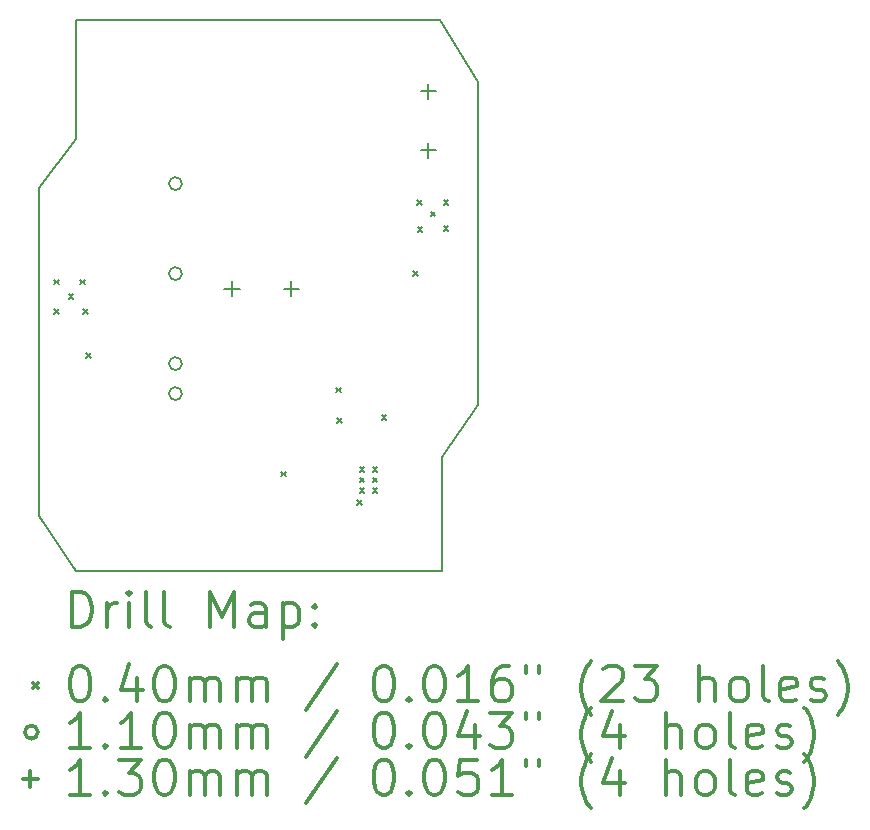
<source format=gbr>
%FSLAX45Y45*%
G04 Gerber Fmt 4.5, Leading zero omitted, Abs format (unit mm)*
G04 Created by KiCad (PCBNEW 5.1.4) date 2020-01-08 09:33:54*
%MOMM*%
%LPD*%
G04 APERTURE LIST*
%ADD10C,0.200000*%
%ADD11C,0.300000*%
G04 APERTURE END LIST*
D10*
X19595000Y-10910000D02*
X19900000Y-10470000D01*
X19595000Y-11870000D02*
X19595000Y-10910000D01*
X16180000Y-11410000D02*
X16495000Y-11870000D01*
X16495000Y-8210000D02*
X16180000Y-8630000D01*
X16495000Y-7210000D02*
X16495000Y-8210000D01*
X19575000Y-7210000D02*
X19900000Y-7730000D01*
X19575000Y-7210000D02*
X16495000Y-7210000D01*
X16180000Y-8630000D02*
X16180000Y-11410000D01*
X16495000Y-11870000D02*
X19595000Y-11870000D01*
X19900000Y-10470000D02*
X19900000Y-7730000D01*
D10*
X16305000Y-9405000D02*
X16345000Y-9445000D01*
X16345000Y-9405000D02*
X16305000Y-9445000D01*
X16305000Y-9655000D02*
X16345000Y-9695000D01*
X16345000Y-9655000D02*
X16305000Y-9695000D01*
X16430000Y-9530000D02*
X16470000Y-9570000D01*
X16470000Y-9530000D02*
X16430000Y-9570000D01*
X16530000Y-9405000D02*
X16570000Y-9445000D01*
X16570000Y-9405000D02*
X16530000Y-9445000D01*
X16555000Y-9655000D02*
X16595000Y-9695000D01*
X16595000Y-9655000D02*
X16555000Y-9695000D01*
X16580000Y-10030000D02*
X16620000Y-10070000D01*
X16620000Y-10030000D02*
X16580000Y-10070000D01*
X18230000Y-11030000D02*
X18270000Y-11070000D01*
X18270000Y-11030000D02*
X18230000Y-11070000D01*
X18695000Y-10320000D02*
X18735000Y-10360000D01*
X18735000Y-10320000D02*
X18695000Y-10360000D01*
X18705000Y-10580000D02*
X18745000Y-10620000D01*
X18745000Y-10580000D02*
X18705000Y-10620000D01*
X18870500Y-11270500D02*
X18910500Y-11310500D01*
X18910500Y-11270500D02*
X18870500Y-11310500D01*
X19080000Y-10555000D02*
X19120000Y-10595000D01*
X19120000Y-10555000D02*
X19080000Y-10595000D01*
X19345000Y-9330000D02*
X19385000Y-9370000D01*
X19385000Y-9330000D02*
X19345000Y-9370000D01*
X19380000Y-8730000D02*
X19420000Y-8770000D01*
X19420000Y-8730000D02*
X19380000Y-8770000D01*
X19385000Y-8960000D02*
X19425000Y-9000000D01*
X19425000Y-8960000D02*
X19385000Y-9000000D01*
X19495000Y-8830000D02*
X19535000Y-8870000D01*
X19535000Y-8830000D02*
X19495000Y-8870000D01*
X19605000Y-8730000D02*
X19645000Y-8770000D01*
X19645000Y-8730000D02*
X19605000Y-8770000D01*
X19605000Y-8950000D02*
X19645000Y-8990000D01*
X19645000Y-8950000D02*
X19605000Y-8990000D01*
X18895000Y-10990000D02*
X18935000Y-11030000D01*
X18935000Y-10990000D02*
X18895000Y-11030000D01*
X18895000Y-11080000D02*
X18935000Y-11120000D01*
X18935000Y-11080000D02*
X18895000Y-11120000D01*
X18895000Y-11170000D02*
X18935000Y-11210000D01*
X18935000Y-11170000D02*
X18895000Y-11210000D01*
X19005000Y-10990000D02*
X19045000Y-11030000D01*
X19045000Y-10990000D02*
X19005000Y-11030000D01*
X19005000Y-11080000D02*
X19045000Y-11120000D01*
X19045000Y-11080000D02*
X19005000Y-11120000D01*
X19005000Y-11170000D02*
X19045000Y-11210000D01*
X19045000Y-11170000D02*
X19005000Y-11210000D01*
X17390000Y-8592000D02*
G75*
G03X17390000Y-8592000I-55000J0D01*
G01*
X17390000Y-9354000D02*
G75*
G03X17390000Y-9354000I-55000J0D01*
G01*
X17390000Y-10116000D02*
G75*
G03X17390000Y-10116000I-55000J0D01*
G01*
X17390000Y-10370000D02*
G75*
G03X17390000Y-10370000I-55000J0D01*
G01*
X17815000Y-9415000D02*
X17815000Y-9545000D01*
X17750000Y-9480000D02*
X17880000Y-9480000D01*
X18315000Y-9415000D02*
X18315000Y-9545000D01*
X18250000Y-9480000D02*
X18380000Y-9480000D01*
X19475000Y-7745000D02*
X19475000Y-7875000D01*
X19410000Y-7810000D02*
X19540000Y-7810000D01*
X19475000Y-8245000D02*
X19475000Y-8375000D01*
X19410000Y-8310000D02*
X19540000Y-8310000D01*
D11*
X16456428Y-12345714D02*
X16456428Y-12045714D01*
X16527857Y-12045714D01*
X16570714Y-12060000D01*
X16599286Y-12088571D01*
X16613571Y-12117143D01*
X16627857Y-12174286D01*
X16627857Y-12217143D01*
X16613571Y-12274286D01*
X16599286Y-12302857D01*
X16570714Y-12331429D01*
X16527857Y-12345714D01*
X16456428Y-12345714D01*
X16756428Y-12345714D02*
X16756428Y-12145714D01*
X16756428Y-12202857D02*
X16770714Y-12174286D01*
X16785000Y-12160000D01*
X16813571Y-12145714D01*
X16842143Y-12145714D01*
X16942143Y-12345714D02*
X16942143Y-12145714D01*
X16942143Y-12045714D02*
X16927857Y-12060000D01*
X16942143Y-12074286D01*
X16956428Y-12060000D01*
X16942143Y-12045714D01*
X16942143Y-12074286D01*
X17127857Y-12345714D02*
X17099286Y-12331429D01*
X17085000Y-12302857D01*
X17085000Y-12045714D01*
X17285000Y-12345714D02*
X17256428Y-12331429D01*
X17242143Y-12302857D01*
X17242143Y-12045714D01*
X17627857Y-12345714D02*
X17627857Y-12045714D01*
X17727857Y-12260000D01*
X17827857Y-12045714D01*
X17827857Y-12345714D01*
X18099286Y-12345714D02*
X18099286Y-12188571D01*
X18085000Y-12160000D01*
X18056428Y-12145714D01*
X17999286Y-12145714D01*
X17970714Y-12160000D01*
X18099286Y-12331429D02*
X18070714Y-12345714D01*
X17999286Y-12345714D01*
X17970714Y-12331429D01*
X17956428Y-12302857D01*
X17956428Y-12274286D01*
X17970714Y-12245714D01*
X17999286Y-12231429D01*
X18070714Y-12231429D01*
X18099286Y-12217143D01*
X18242143Y-12145714D02*
X18242143Y-12445714D01*
X18242143Y-12160000D02*
X18270714Y-12145714D01*
X18327857Y-12145714D01*
X18356428Y-12160000D01*
X18370714Y-12174286D01*
X18385000Y-12202857D01*
X18385000Y-12288571D01*
X18370714Y-12317143D01*
X18356428Y-12331429D01*
X18327857Y-12345714D01*
X18270714Y-12345714D01*
X18242143Y-12331429D01*
X18513571Y-12317143D02*
X18527857Y-12331429D01*
X18513571Y-12345714D01*
X18499286Y-12331429D01*
X18513571Y-12317143D01*
X18513571Y-12345714D01*
X18513571Y-12160000D02*
X18527857Y-12174286D01*
X18513571Y-12188571D01*
X18499286Y-12174286D01*
X18513571Y-12160000D01*
X18513571Y-12188571D01*
X16130000Y-12820000D02*
X16170000Y-12860000D01*
X16170000Y-12820000D02*
X16130000Y-12860000D01*
X16513571Y-12675714D02*
X16542143Y-12675714D01*
X16570714Y-12690000D01*
X16585000Y-12704286D01*
X16599286Y-12732857D01*
X16613571Y-12790000D01*
X16613571Y-12861429D01*
X16599286Y-12918571D01*
X16585000Y-12947143D01*
X16570714Y-12961429D01*
X16542143Y-12975714D01*
X16513571Y-12975714D01*
X16485000Y-12961429D01*
X16470714Y-12947143D01*
X16456428Y-12918571D01*
X16442143Y-12861429D01*
X16442143Y-12790000D01*
X16456428Y-12732857D01*
X16470714Y-12704286D01*
X16485000Y-12690000D01*
X16513571Y-12675714D01*
X16742143Y-12947143D02*
X16756428Y-12961429D01*
X16742143Y-12975714D01*
X16727857Y-12961429D01*
X16742143Y-12947143D01*
X16742143Y-12975714D01*
X17013571Y-12775714D02*
X17013571Y-12975714D01*
X16942143Y-12661429D02*
X16870714Y-12875714D01*
X17056428Y-12875714D01*
X17227857Y-12675714D02*
X17256428Y-12675714D01*
X17285000Y-12690000D01*
X17299286Y-12704286D01*
X17313571Y-12732857D01*
X17327857Y-12790000D01*
X17327857Y-12861429D01*
X17313571Y-12918571D01*
X17299286Y-12947143D01*
X17285000Y-12961429D01*
X17256428Y-12975714D01*
X17227857Y-12975714D01*
X17199286Y-12961429D01*
X17185000Y-12947143D01*
X17170714Y-12918571D01*
X17156428Y-12861429D01*
X17156428Y-12790000D01*
X17170714Y-12732857D01*
X17185000Y-12704286D01*
X17199286Y-12690000D01*
X17227857Y-12675714D01*
X17456428Y-12975714D02*
X17456428Y-12775714D01*
X17456428Y-12804286D02*
X17470714Y-12790000D01*
X17499286Y-12775714D01*
X17542143Y-12775714D01*
X17570714Y-12790000D01*
X17585000Y-12818571D01*
X17585000Y-12975714D01*
X17585000Y-12818571D02*
X17599286Y-12790000D01*
X17627857Y-12775714D01*
X17670714Y-12775714D01*
X17699286Y-12790000D01*
X17713571Y-12818571D01*
X17713571Y-12975714D01*
X17856428Y-12975714D02*
X17856428Y-12775714D01*
X17856428Y-12804286D02*
X17870714Y-12790000D01*
X17899286Y-12775714D01*
X17942143Y-12775714D01*
X17970714Y-12790000D01*
X17985000Y-12818571D01*
X17985000Y-12975714D01*
X17985000Y-12818571D02*
X17999286Y-12790000D01*
X18027857Y-12775714D01*
X18070714Y-12775714D01*
X18099286Y-12790000D01*
X18113571Y-12818571D01*
X18113571Y-12975714D01*
X18699286Y-12661429D02*
X18442143Y-13047143D01*
X19085000Y-12675714D02*
X19113571Y-12675714D01*
X19142143Y-12690000D01*
X19156428Y-12704286D01*
X19170714Y-12732857D01*
X19185000Y-12790000D01*
X19185000Y-12861429D01*
X19170714Y-12918571D01*
X19156428Y-12947143D01*
X19142143Y-12961429D01*
X19113571Y-12975714D01*
X19085000Y-12975714D01*
X19056428Y-12961429D01*
X19042143Y-12947143D01*
X19027857Y-12918571D01*
X19013571Y-12861429D01*
X19013571Y-12790000D01*
X19027857Y-12732857D01*
X19042143Y-12704286D01*
X19056428Y-12690000D01*
X19085000Y-12675714D01*
X19313571Y-12947143D02*
X19327857Y-12961429D01*
X19313571Y-12975714D01*
X19299286Y-12961429D01*
X19313571Y-12947143D01*
X19313571Y-12975714D01*
X19513571Y-12675714D02*
X19542143Y-12675714D01*
X19570714Y-12690000D01*
X19585000Y-12704286D01*
X19599286Y-12732857D01*
X19613571Y-12790000D01*
X19613571Y-12861429D01*
X19599286Y-12918571D01*
X19585000Y-12947143D01*
X19570714Y-12961429D01*
X19542143Y-12975714D01*
X19513571Y-12975714D01*
X19485000Y-12961429D01*
X19470714Y-12947143D01*
X19456428Y-12918571D01*
X19442143Y-12861429D01*
X19442143Y-12790000D01*
X19456428Y-12732857D01*
X19470714Y-12704286D01*
X19485000Y-12690000D01*
X19513571Y-12675714D01*
X19899286Y-12975714D02*
X19727857Y-12975714D01*
X19813571Y-12975714D02*
X19813571Y-12675714D01*
X19785000Y-12718571D01*
X19756428Y-12747143D01*
X19727857Y-12761429D01*
X20156428Y-12675714D02*
X20099286Y-12675714D01*
X20070714Y-12690000D01*
X20056428Y-12704286D01*
X20027857Y-12747143D01*
X20013571Y-12804286D01*
X20013571Y-12918571D01*
X20027857Y-12947143D01*
X20042143Y-12961429D01*
X20070714Y-12975714D01*
X20127857Y-12975714D01*
X20156428Y-12961429D01*
X20170714Y-12947143D01*
X20185000Y-12918571D01*
X20185000Y-12847143D01*
X20170714Y-12818571D01*
X20156428Y-12804286D01*
X20127857Y-12790000D01*
X20070714Y-12790000D01*
X20042143Y-12804286D01*
X20027857Y-12818571D01*
X20013571Y-12847143D01*
X20299286Y-12675714D02*
X20299286Y-12732857D01*
X20413571Y-12675714D02*
X20413571Y-12732857D01*
X20856428Y-13090000D02*
X20842143Y-13075714D01*
X20813571Y-13032857D01*
X20799286Y-13004286D01*
X20785000Y-12961429D01*
X20770714Y-12890000D01*
X20770714Y-12832857D01*
X20785000Y-12761429D01*
X20799286Y-12718571D01*
X20813571Y-12690000D01*
X20842143Y-12647143D01*
X20856428Y-12632857D01*
X20956428Y-12704286D02*
X20970714Y-12690000D01*
X20999286Y-12675714D01*
X21070714Y-12675714D01*
X21099286Y-12690000D01*
X21113571Y-12704286D01*
X21127857Y-12732857D01*
X21127857Y-12761429D01*
X21113571Y-12804286D01*
X20942143Y-12975714D01*
X21127857Y-12975714D01*
X21227857Y-12675714D02*
X21413571Y-12675714D01*
X21313571Y-12790000D01*
X21356428Y-12790000D01*
X21385000Y-12804286D01*
X21399286Y-12818571D01*
X21413571Y-12847143D01*
X21413571Y-12918571D01*
X21399286Y-12947143D01*
X21385000Y-12961429D01*
X21356428Y-12975714D01*
X21270714Y-12975714D01*
X21242143Y-12961429D01*
X21227857Y-12947143D01*
X21770714Y-12975714D02*
X21770714Y-12675714D01*
X21899286Y-12975714D02*
X21899286Y-12818571D01*
X21885000Y-12790000D01*
X21856428Y-12775714D01*
X21813571Y-12775714D01*
X21785000Y-12790000D01*
X21770714Y-12804286D01*
X22085000Y-12975714D02*
X22056428Y-12961429D01*
X22042143Y-12947143D01*
X22027857Y-12918571D01*
X22027857Y-12832857D01*
X22042143Y-12804286D01*
X22056428Y-12790000D01*
X22085000Y-12775714D01*
X22127857Y-12775714D01*
X22156428Y-12790000D01*
X22170714Y-12804286D01*
X22185000Y-12832857D01*
X22185000Y-12918571D01*
X22170714Y-12947143D01*
X22156428Y-12961429D01*
X22127857Y-12975714D01*
X22085000Y-12975714D01*
X22356428Y-12975714D02*
X22327857Y-12961429D01*
X22313571Y-12932857D01*
X22313571Y-12675714D01*
X22585000Y-12961429D02*
X22556428Y-12975714D01*
X22499286Y-12975714D01*
X22470714Y-12961429D01*
X22456428Y-12932857D01*
X22456428Y-12818571D01*
X22470714Y-12790000D01*
X22499286Y-12775714D01*
X22556428Y-12775714D01*
X22585000Y-12790000D01*
X22599286Y-12818571D01*
X22599286Y-12847143D01*
X22456428Y-12875714D01*
X22713571Y-12961429D02*
X22742143Y-12975714D01*
X22799286Y-12975714D01*
X22827857Y-12961429D01*
X22842143Y-12932857D01*
X22842143Y-12918571D01*
X22827857Y-12890000D01*
X22799286Y-12875714D01*
X22756428Y-12875714D01*
X22727857Y-12861429D01*
X22713571Y-12832857D01*
X22713571Y-12818571D01*
X22727857Y-12790000D01*
X22756428Y-12775714D01*
X22799286Y-12775714D01*
X22827857Y-12790000D01*
X22942143Y-13090000D02*
X22956428Y-13075714D01*
X22985000Y-13032857D01*
X22999286Y-13004286D01*
X23013571Y-12961429D01*
X23027857Y-12890000D01*
X23027857Y-12832857D01*
X23013571Y-12761429D01*
X22999286Y-12718571D01*
X22985000Y-12690000D01*
X22956428Y-12647143D01*
X22942143Y-12632857D01*
X16170000Y-13236000D02*
G75*
G03X16170000Y-13236000I-55000J0D01*
G01*
X16613571Y-13371714D02*
X16442143Y-13371714D01*
X16527857Y-13371714D02*
X16527857Y-13071714D01*
X16499286Y-13114571D01*
X16470714Y-13143143D01*
X16442143Y-13157429D01*
X16742143Y-13343143D02*
X16756428Y-13357429D01*
X16742143Y-13371714D01*
X16727857Y-13357429D01*
X16742143Y-13343143D01*
X16742143Y-13371714D01*
X17042143Y-13371714D02*
X16870714Y-13371714D01*
X16956428Y-13371714D02*
X16956428Y-13071714D01*
X16927857Y-13114571D01*
X16899286Y-13143143D01*
X16870714Y-13157429D01*
X17227857Y-13071714D02*
X17256428Y-13071714D01*
X17285000Y-13086000D01*
X17299286Y-13100286D01*
X17313571Y-13128857D01*
X17327857Y-13186000D01*
X17327857Y-13257429D01*
X17313571Y-13314571D01*
X17299286Y-13343143D01*
X17285000Y-13357429D01*
X17256428Y-13371714D01*
X17227857Y-13371714D01*
X17199286Y-13357429D01*
X17185000Y-13343143D01*
X17170714Y-13314571D01*
X17156428Y-13257429D01*
X17156428Y-13186000D01*
X17170714Y-13128857D01*
X17185000Y-13100286D01*
X17199286Y-13086000D01*
X17227857Y-13071714D01*
X17456428Y-13371714D02*
X17456428Y-13171714D01*
X17456428Y-13200286D02*
X17470714Y-13186000D01*
X17499286Y-13171714D01*
X17542143Y-13171714D01*
X17570714Y-13186000D01*
X17585000Y-13214571D01*
X17585000Y-13371714D01*
X17585000Y-13214571D02*
X17599286Y-13186000D01*
X17627857Y-13171714D01*
X17670714Y-13171714D01*
X17699286Y-13186000D01*
X17713571Y-13214571D01*
X17713571Y-13371714D01*
X17856428Y-13371714D02*
X17856428Y-13171714D01*
X17856428Y-13200286D02*
X17870714Y-13186000D01*
X17899286Y-13171714D01*
X17942143Y-13171714D01*
X17970714Y-13186000D01*
X17985000Y-13214571D01*
X17985000Y-13371714D01*
X17985000Y-13214571D02*
X17999286Y-13186000D01*
X18027857Y-13171714D01*
X18070714Y-13171714D01*
X18099286Y-13186000D01*
X18113571Y-13214571D01*
X18113571Y-13371714D01*
X18699286Y-13057429D02*
X18442143Y-13443143D01*
X19085000Y-13071714D02*
X19113571Y-13071714D01*
X19142143Y-13086000D01*
X19156428Y-13100286D01*
X19170714Y-13128857D01*
X19185000Y-13186000D01*
X19185000Y-13257429D01*
X19170714Y-13314571D01*
X19156428Y-13343143D01*
X19142143Y-13357429D01*
X19113571Y-13371714D01*
X19085000Y-13371714D01*
X19056428Y-13357429D01*
X19042143Y-13343143D01*
X19027857Y-13314571D01*
X19013571Y-13257429D01*
X19013571Y-13186000D01*
X19027857Y-13128857D01*
X19042143Y-13100286D01*
X19056428Y-13086000D01*
X19085000Y-13071714D01*
X19313571Y-13343143D02*
X19327857Y-13357429D01*
X19313571Y-13371714D01*
X19299286Y-13357429D01*
X19313571Y-13343143D01*
X19313571Y-13371714D01*
X19513571Y-13071714D02*
X19542143Y-13071714D01*
X19570714Y-13086000D01*
X19585000Y-13100286D01*
X19599286Y-13128857D01*
X19613571Y-13186000D01*
X19613571Y-13257429D01*
X19599286Y-13314571D01*
X19585000Y-13343143D01*
X19570714Y-13357429D01*
X19542143Y-13371714D01*
X19513571Y-13371714D01*
X19485000Y-13357429D01*
X19470714Y-13343143D01*
X19456428Y-13314571D01*
X19442143Y-13257429D01*
X19442143Y-13186000D01*
X19456428Y-13128857D01*
X19470714Y-13100286D01*
X19485000Y-13086000D01*
X19513571Y-13071714D01*
X19870714Y-13171714D02*
X19870714Y-13371714D01*
X19799286Y-13057429D02*
X19727857Y-13271714D01*
X19913571Y-13271714D01*
X19999286Y-13071714D02*
X20185000Y-13071714D01*
X20085000Y-13186000D01*
X20127857Y-13186000D01*
X20156428Y-13200286D01*
X20170714Y-13214571D01*
X20185000Y-13243143D01*
X20185000Y-13314571D01*
X20170714Y-13343143D01*
X20156428Y-13357429D01*
X20127857Y-13371714D01*
X20042143Y-13371714D01*
X20013571Y-13357429D01*
X19999286Y-13343143D01*
X20299286Y-13071714D02*
X20299286Y-13128857D01*
X20413571Y-13071714D02*
X20413571Y-13128857D01*
X20856428Y-13486000D02*
X20842143Y-13471714D01*
X20813571Y-13428857D01*
X20799286Y-13400286D01*
X20785000Y-13357429D01*
X20770714Y-13286000D01*
X20770714Y-13228857D01*
X20785000Y-13157429D01*
X20799286Y-13114571D01*
X20813571Y-13086000D01*
X20842143Y-13043143D01*
X20856428Y-13028857D01*
X21099286Y-13171714D02*
X21099286Y-13371714D01*
X21027857Y-13057429D02*
X20956428Y-13271714D01*
X21142143Y-13271714D01*
X21485000Y-13371714D02*
X21485000Y-13071714D01*
X21613571Y-13371714D02*
X21613571Y-13214571D01*
X21599286Y-13186000D01*
X21570714Y-13171714D01*
X21527857Y-13171714D01*
X21499286Y-13186000D01*
X21485000Y-13200286D01*
X21799286Y-13371714D02*
X21770714Y-13357429D01*
X21756428Y-13343143D01*
X21742143Y-13314571D01*
X21742143Y-13228857D01*
X21756428Y-13200286D01*
X21770714Y-13186000D01*
X21799286Y-13171714D01*
X21842143Y-13171714D01*
X21870714Y-13186000D01*
X21885000Y-13200286D01*
X21899286Y-13228857D01*
X21899286Y-13314571D01*
X21885000Y-13343143D01*
X21870714Y-13357429D01*
X21842143Y-13371714D01*
X21799286Y-13371714D01*
X22070714Y-13371714D02*
X22042143Y-13357429D01*
X22027857Y-13328857D01*
X22027857Y-13071714D01*
X22299286Y-13357429D02*
X22270714Y-13371714D01*
X22213571Y-13371714D01*
X22185000Y-13357429D01*
X22170714Y-13328857D01*
X22170714Y-13214571D01*
X22185000Y-13186000D01*
X22213571Y-13171714D01*
X22270714Y-13171714D01*
X22299286Y-13186000D01*
X22313571Y-13214571D01*
X22313571Y-13243143D01*
X22170714Y-13271714D01*
X22427857Y-13357429D02*
X22456428Y-13371714D01*
X22513571Y-13371714D01*
X22542143Y-13357429D01*
X22556428Y-13328857D01*
X22556428Y-13314571D01*
X22542143Y-13286000D01*
X22513571Y-13271714D01*
X22470714Y-13271714D01*
X22442143Y-13257429D01*
X22427857Y-13228857D01*
X22427857Y-13214571D01*
X22442143Y-13186000D01*
X22470714Y-13171714D01*
X22513571Y-13171714D01*
X22542143Y-13186000D01*
X22656428Y-13486000D02*
X22670714Y-13471714D01*
X22699286Y-13428857D01*
X22713571Y-13400286D01*
X22727857Y-13357429D01*
X22742143Y-13286000D01*
X22742143Y-13228857D01*
X22727857Y-13157429D01*
X22713571Y-13114571D01*
X22699286Y-13086000D01*
X22670714Y-13043143D01*
X22656428Y-13028857D01*
X16105000Y-13567000D02*
X16105000Y-13697000D01*
X16040000Y-13632000D02*
X16170000Y-13632000D01*
X16613571Y-13767714D02*
X16442143Y-13767714D01*
X16527857Y-13767714D02*
X16527857Y-13467714D01*
X16499286Y-13510571D01*
X16470714Y-13539143D01*
X16442143Y-13553429D01*
X16742143Y-13739143D02*
X16756428Y-13753429D01*
X16742143Y-13767714D01*
X16727857Y-13753429D01*
X16742143Y-13739143D01*
X16742143Y-13767714D01*
X16856428Y-13467714D02*
X17042143Y-13467714D01*
X16942143Y-13582000D01*
X16985000Y-13582000D01*
X17013571Y-13596286D01*
X17027857Y-13610571D01*
X17042143Y-13639143D01*
X17042143Y-13710571D01*
X17027857Y-13739143D01*
X17013571Y-13753429D01*
X16985000Y-13767714D01*
X16899286Y-13767714D01*
X16870714Y-13753429D01*
X16856428Y-13739143D01*
X17227857Y-13467714D02*
X17256428Y-13467714D01*
X17285000Y-13482000D01*
X17299286Y-13496286D01*
X17313571Y-13524857D01*
X17327857Y-13582000D01*
X17327857Y-13653429D01*
X17313571Y-13710571D01*
X17299286Y-13739143D01*
X17285000Y-13753429D01*
X17256428Y-13767714D01*
X17227857Y-13767714D01*
X17199286Y-13753429D01*
X17185000Y-13739143D01*
X17170714Y-13710571D01*
X17156428Y-13653429D01*
X17156428Y-13582000D01*
X17170714Y-13524857D01*
X17185000Y-13496286D01*
X17199286Y-13482000D01*
X17227857Y-13467714D01*
X17456428Y-13767714D02*
X17456428Y-13567714D01*
X17456428Y-13596286D02*
X17470714Y-13582000D01*
X17499286Y-13567714D01*
X17542143Y-13567714D01*
X17570714Y-13582000D01*
X17585000Y-13610571D01*
X17585000Y-13767714D01*
X17585000Y-13610571D02*
X17599286Y-13582000D01*
X17627857Y-13567714D01*
X17670714Y-13567714D01*
X17699286Y-13582000D01*
X17713571Y-13610571D01*
X17713571Y-13767714D01*
X17856428Y-13767714D02*
X17856428Y-13567714D01*
X17856428Y-13596286D02*
X17870714Y-13582000D01*
X17899286Y-13567714D01*
X17942143Y-13567714D01*
X17970714Y-13582000D01*
X17985000Y-13610571D01*
X17985000Y-13767714D01*
X17985000Y-13610571D02*
X17999286Y-13582000D01*
X18027857Y-13567714D01*
X18070714Y-13567714D01*
X18099286Y-13582000D01*
X18113571Y-13610571D01*
X18113571Y-13767714D01*
X18699286Y-13453429D02*
X18442143Y-13839143D01*
X19085000Y-13467714D02*
X19113571Y-13467714D01*
X19142143Y-13482000D01*
X19156428Y-13496286D01*
X19170714Y-13524857D01*
X19185000Y-13582000D01*
X19185000Y-13653429D01*
X19170714Y-13710571D01*
X19156428Y-13739143D01*
X19142143Y-13753429D01*
X19113571Y-13767714D01*
X19085000Y-13767714D01*
X19056428Y-13753429D01*
X19042143Y-13739143D01*
X19027857Y-13710571D01*
X19013571Y-13653429D01*
X19013571Y-13582000D01*
X19027857Y-13524857D01*
X19042143Y-13496286D01*
X19056428Y-13482000D01*
X19085000Y-13467714D01*
X19313571Y-13739143D02*
X19327857Y-13753429D01*
X19313571Y-13767714D01*
X19299286Y-13753429D01*
X19313571Y-13739143D01*
X19313571Y-13767714D01*
X19513571Y-13467714D02*
X19542143Y-13467714D01*
X19570714Y-13482000D01*
X19585000Y-13496286D01*
X19599286Y-13524857D01*
X19613571Y-13582000D01*
X19613571Y-13653429D01*
X19599286Y-13710571D01*
X19585000Y-13739143D01*
X19570714Y-13753429D01*
X19542143Y-13767714D01*
X19513571Y-13767714D01*
X19485000Y-13753429D01*
X19470714Y-13739143D01*
X19456428Y-13710571D01*
X19442143Y-13653429D01*
X19442143Y-13582000D01*
X19456428Y-13524857D01*
X19470714Y-13496286D01*
X19485000Y-13482000D01*
X19513571Y-13467714D01*
X19885000Y-13467714D02*
X19742143Y-13467714D01*
X19727857Y-13610571D01*
X19742143Y-13596286D01*
X19770714Y-13582000D01*
X19842143Y-13582000D01*
X19870714Y-13596286D01*
X19885000Y-13610571D01*
X19899286Y-13639143D01*
X19899286Y-13710571D01*
X19885000Y-13739143D01*
X19870714Y-13753429D01*
X19842143Y-13767714D01*
X19770714Y-13767714D01*
X19742143Y-13753429D01*
X19727857Y-13739143D01*
X20185000Y-13767714D02*
X20013571Y-13767714D01*
X20099286Y-13767714D02*
X20099286Y-13467714D01*
X20070714Y-13510571D01*
X20042143Y-13539143D01*
X20013571Y-13553429D01*
X20299286Y-13467714D02*
X20299286Y-13524857D01*
X20413571Y-13467714D02*
X20413571Y-13524857D01*
X20856428Y-13882000D02*
X20842143Y-13867714D01*
X20813571Y-13824857D01*
X20799286Y-13796286D01*
X20785000Y-13753429D01*
X20770714Y-13682000D01*
X20770714Y-13624857D01*
X20785000Y-13553429D01*
X20799286Y-13510571D01*
X20813571Y-13482000D01*
X20842143Y-13439143D01*
X20856428Y-13424857D01*
X21099286Y-13567714D02*
X21099286Y-13767714D01*
X21027857Y-13453429D02*
X20956428Y-13667714D01*
X21142143Y-13667714D01*
X21485000Y-13767714D02*
X21485000Y-13467714D01*
X21613571Y-13767714D02*
X21613571Y-13610571D01*
X21599286Y-13582000D01*
X21570714Y-13567714D01*
X21527857Y-13567714D01*
X21499286Y-13582000D01*
X21485000Y-13596286D01*
X21799286Y-13767714D02*
X21770714Y-13753429D01*
X21756428Y-13739143D01*
X21742143Y-13710571D01*
X21742143Y-13624857D01*
X21756428Y-13596286D01*
X21770714Y-13582000D01*
X21799286Y-13567714D01*
X21842143Y-13567714D01*
X21870714Y-13582000D01*
X21885000Y-13596286D01*
X21899286Y-13624857D01*
X21899286Y-13710571D01*
X21885000Y-13739143D01*
X21870714Y-13753429D01*
X21842143Y-13767714D01*
X21799286Y-13767714D01*
X22070714Y-13767714D02*
X22042143Y-13753429D01*
X22027857Y-13724857D01*
X22027857Y-13467714D01*
X22299286Y-13753429D02*
X22270714Y-13767714D01*
X22213571Y-13767714D01*
X22185000Y-13753429D01*
X22170714Y-13724857D01*
X22170714Y-13610571D01*
X22185000Y-13582000D01*
X22213571Y-13567714D01*
X22270714Y-13567714D01*
X22299286Y-13582000D01*
X22313571Y-13610571D01*
X22313571Y-13639143D01*
X22170714Y-13667714D01*
X22427857Y-13753429D02*
X22456428Y-13767714D01*
X22513571Y-13767714D01*
X22542143Y-13753429D01*
X22556428Y-13724857D01*
X22556428Y-13710571D01*
X22542143Y-13682000D01*
X22513571Y-13667714D01*
X22470714Y-13667714D01*
X22442143Y-13653429D01*
X22427857Y-13624857D01*
X22427857Y-13610571D01*
X22442143Y-13582000D01*
X22470714Y-13567714D01*
X22513571Y-13567714D01*
X22542143Y-13582000D01*
X22656428Y-13882000D02*
X22670714Y-13867714D01*
X22699286Y-13824857D01*
X22713571Y-13796286D01*
X22727857Y-13753429D01*
X22742143Y-13682000D01*
X22742143Y-13624857D01*
X22727857Y-13553429D01*
X22713571Y-13510571D01*
X22699286Y-13482000D01*
X22670714Y-13439143D01*
X22656428Y-13424857D01*
M02*

</source>
